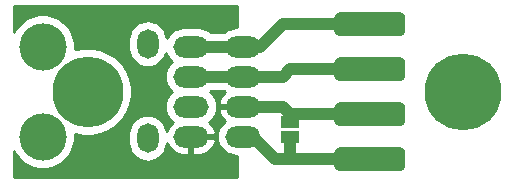
<source format=gbr>
G04 #@! TF.GenerationSoftware,KiCad,Pcbnew,5.1.5+dfsg1-2build2*
G04 #@! TF.CreationDate,2022-10-31T13:26:34+01:00*
G04 #@! TF.ProjectId,DHTBreakout,44485442-7265-4616-9b6f-75742e6b6963,rev?*
G04 #@! TF.SameCoordinates,Original*
G04 #@! TF.FileFunction,Copper,L2,Bot*
G04 #@! TF.FilePolarity,Positive*
%FSLAX46Y46*%
G04 Gerber Fmt 4.6, Leading zero omitted, Abs format (unit mm)*
G04 Created by KiCad (PCBNEW 5.1.5+dfsg1-2build2) date 2022-10-31 13:26:34*
%MOMM*%
%LPD*%
G04 APERTURE LIST*
%ADD10O,3.000000X1.800000*%
%ADD11C,0.150000*%
%ADD12C,6.000000*%
%ADD13C,4.000000*%
%ADD14C,6.500000*%
%ADD15C,0.800000*%
%ADD16O,1.800000X2.500000*%
%ADD17R,1.500000X1.000000*%
%ADD18C,1.000000*%
%ADD19C,0.254000*%
G04 APERTURE END LIST*
D10*
X64255000Y-37690000D03*
X64255000Y-40230000D03*
X64255000Y-42770000D03*
X64255000Y-45310000D03*
G04 #@! TA.AperFunction,SMDPad,CuDef*
D11*
G36*
X81949009Y-46217408D02*
G01*
X81997545Y-46224607D01*
X82045142Y-46236530D01*
X82091342Y-46253060D01*
X82135698Y-46274039D01*
X82177785Y-46299265D01*
X82217197Y-46328495D01*
X82253553Y-46361447D01*
X82286505Y-46397803D01*
X82315735Y-46437215D01*
X82340961Y-46479302D01*
X82361940Y-46523658D01*
X82378470Y-46569858D01*
X82390393Y-46617455D01*
X82397592Y-46665991D01*
X82400000Y-46715000D01*
X82400000Y-47715000D01*
X82397592Y-47764009D01*
X82390393Y-47812545D01*
X82378470Y-47860142D01*
X82361940Y-47906342D01*
X82340961Y-47950698D01*
X82315735Y-47992785D01*
X82286505Y-48032197D01*
X82253553Y-48068553D01*
X82217197Y-48101505D01*
X82177785Y-48130735D01*
X82135698Y-48155961D01*
X82091342Y-48176940D01*
X82045142Y-48193470D01*
X81997545Y-48205393D01*
X81949009Y-48212592D01*
X81900000Y-48215000D01*
X76900000Y-48215000D01*
X76850991Y-48212592D01*
X76802455Y-48205393D01*
X76754858Y-48193470D01*
X76708658Y-48176940D01*
X76664302Y-48155961D01*
X76622215Y-48130735D01*
X76582803Y-48101505D01*
X76546447Y-48068553D01*
X76513495Y-48032197D01*
X76484265Y-47992785D01*
X76459039Y-47950698D01*
X76438060Y-47906342D01*
X76421530Y-47860142D01*
X76409607Y-47812545D01*
X76402408Y-47764009D01*
X76400000Y-47715000D01*
X76400000Y-46715000D01*
X76402408Y-46665991D01*
X76409607Y-46617455D01*
X76421530Y-46569858D01*
X76438060Y-46523658D01*
X76459039Y-46479302D01*
X76484265Y-46437215D01*
X76513495Y-46397803D01*
X76546447Y-46361447D01*
X76582803Y-46328495D01*
X76622215Y-46299265D01*
X76664302Y-46274039D01*
X76708658Y-46253060D01*
X76754858Y-46236530D01*
X76802455Y-46224607D01*
X76850991Y-46217408D01*
X76900000Y-46215000D01*
X81900000Y-46215000D01*
X81949009Y-46217408D01*
G37*
G04 #@! TD.AperFunction*
G04 #@! TA.AperFunction,SMDPad,CuDef*
G36*
X81949009Y-42407408D02*
G01*
X81997545Y-42414607D01*
X82045142Y-42426530D01*
X82091342Y-42443060D01*
X82135698Y-42464039D01*
X82177785Y-42489265D01*
X82217197Y-42518495D01*
X82253553Y-42551447D01*
X82286505Y-42587803D01*
X82315735Y-42627215D01*
X82340961Y-42669302D01*
X82361940Y-42713658D01*
X82378470Y-42759858D01*
X82390393Y-42807455D01*
X82397592Y-42855991D01*
X82400000Y-42905000D01*
X82400000Y-43905000D01*
X82397592Y-43954009D01*
X82390393Y-44002545D01*
X82378470Y-44050142D01*
X82361940Y-44096342D01*
X82340961Y-44140698D01*
X82315735Y-44182785D01*
X82286505Y-44222197D01*
X82253553Y-44258553D01*
X82217197Y-44291505D01*
X82177785Y-44320735D01*
X82135698Y-44345961D01*
X82091342Y-44366940D01*
X82045142Y-44383470D01*
X81997545Y-44395393D01*
X81949009Y-44402592D01*
X81900000Y-44405000D01*
X76900000Y-44405000D01*
X76850991Y-44402592D01*
X76802455Y-44395393D01*
X76754858Y-44383470D01*
X76708658Y-44366940D01*
X76664302Y-44345961D01*
X76622215Y-44320735D01*
X76582803Y-44291505D01*
X76546447Y-44258553D01*
X76513495Y-44222197D01*
X76484265Y-44182785D01*
X76459039Y-44140698D01*
X76438060Y-44096342D01*
X76421530Y-44050142D01*
X76409607Y-44002545D01*
X76402408Y-43954009D01*
X76400000Y-43905000D01*
X76400000Y-42905000D01*
X76402408Y-42855991D01*
X76409607Y-42807455D01*
X76421530Y-42759858D01*
X76438060Y-42713658D01*
X76459039Y-42669302D01*
X76484265Y-42627215D01*
X76513495Y-42587803D01*
X76546447Y-42551447D01*
X76582803Y-42518495D01*
X76622215Y-42489265D01*
X76664302Y-42464039D01*
X76708658Y-42443060D01*
X76754858Y-42426530D01*
X76802455Y-42414607D01*
X76850991Y-42407408D01*
X76900000Y-42405000D01*
X81900000Y-42405000D01*
X81949009Y-42407408D01*
G37*
G04 #@! TD.AperFunction*
G04 #@! TA.AperFunction,SMDPad,CuDef*
G36*
X81949009Y-38597408D02*
G01*
X81997545Y-38604607D01*
X82045142Y-38616530D01*
X82091342Y-38633060D01*
X82135698Y-38654039D01*
X82177785Y-38679265D01*
X82217197Y-38708495D01*
X82253553Y-38741447D01*
X82286505Y-38777803D01*
X82315735Y-38817215D01*
X82340961Y-38859302D01*
X82361940Y-38903658D01*
X82378470Y-38949858D01*
X82390393Y-38997455D01*
X82397592Y-39045991D01*
X82400000Y-39095000D01*
X82400000Y-40095000D01*
X82397592Y-40144009D01*
X82390393Y-40192545D01*
X82378470Y-40240142D01*
X82361940Y-40286342D01*
X82340961Y-40330698D01*
X82315735Y-40372785D01*
X82286505Y-40412197D01*
X82253553Y-40448553D01*
X82217197Y-40481505D01*
X82177785Y-40510735D01*
X82135698Y-40535961D01*
X82091342Y-40556940D01*
X82045142Y-40573470D01*
X81997545Y-40585393D01*
X81949009Y-40592592D01*
X81900000Y-40595000D01*
X76900000Y-40595000D01*
X76850991Y-40592592D01*
X76802455Y-40585393D01*
X76754858Y-40573470D01*
X76708658Y-40556940D01*
X76664302Y-40535961D01*
X76622215Y-40510735D01*
X76582803Y-40481505D01*
X76546447Y-40448553D01*
X76513495Y-40412197D01*
X76484265Y-40372785D01*
X76459039Y-40330698D01*
X76438060Y-40286342D01*
X76421530Y-40240142D01*
X76409607Y-40192545D01*
X76402408Y-40144009D01*
X76400000Y-40095000D01*
X76400000Y-39095000D01*
X76402408Y-39045991D01*
X76409607Y-38997455D01*
X76421530Y-38949858D01*
X76438060Y-38903658D01*
X76459039Y-38859302D01*
X76484265Y-38817215D01*
X76513495Y-38777803D01*
X76546447Y-38741447D01*
X76582803Y-38708495D01*
X76622215Y-38679265D01*
X76664302Y-38654039D01*
X76708658Y-38633060D01*
X76754858Y-38616530D01*
X76802455Y-38604607D01*
X76850991Y-38597408D01*
X76900000Y-38595000D01*
X81900000Y-38595000D01*
X81949009Y-38597408D01*
G37*
G04 #@! TD.AperFunction*
G04 #@! TA.AperFunction,SMDPad,CuDef*
G36*
X81949009Y-34787408D02*
G01*
X81997545Y-34794607D01*
X82045142Y-34806530D01*
X82091342Y-34823060D01*
X82135698Y-34844039D01*
X82177785Y-34869265D01*
X82217197Y-34898495D01*
X82253553Y-34931447D01*
X82286505Y-34967803D01*
X82315735Y-35007215D01*
X82340961Y-35049302D01*
X82361940Y-35093658D01*
X82378470Y-35139858D01*
X82390393Y-35187455D01*
X82397592Y-35235991D01*
X82400000Y-35285000D01*
X82400000Y-36285000D01*
X82397592Y-36334009D01*
X82390393Y-36382545D01*
X82378470Y-36430142D01*
X82361940Y-36476342D01*
X82340961Y-36520698D01*
X82315735Y-36562785D01*
X82286505Y-36602197D01*
X82253553Y-36638553D01*
X82217197Y-36671505D01*
X82177785Y-36700735D01*
X82135698Y-36725961D01*
X82091342Y-36746940D01*
X82045142Y-36763470D01*
X81997545Y-36775393D01*
X81949009Y-36782592D01*
X81900000Y-36785000D01*
X76900000Y-36785000D01*
X76850991Y-36782592D01*
X76802455Y-36775393D01*
X76754858Y-36763470D01*
X76708658Y-36746940D01*
X76664302Y-36725961D01*
X76622215Y-36700735D01*
X76582803Y-36671505D01*
X76546447Y-36638553D01*
X76513495Y-36602197D01*
X76484265Y-36562785D01*
X76459039Y-36520698D01*
X76438060Y-36476342D01*
X76421530Y-36430142D01*
X76409607Y-36382545D01*
X76402408Y-36334009D01*
X76400000Y-36285000D01*
X76400000Y-35285000D01*
X76402408Y-35235991D01*
X76409607Y-35187455D01*
X76421530Y-35139858D01*
X76438060Y-35093658D01*
X76459039Y-35049302D01*
X76484265Y-35007215D01*
X76513495Y-34967803D01*
X76546447Y-34931447D01*
X76582803Y-34898495D01*
X76622215Y-34869265D01*
X76664302Y-34844039D01*
X76708658Y-34823060D01*
X76754858Y-34806530D01*
X76802455Y-34794607D01*
X76850991Y-34787408D01*
X76900000Y-34785000D01*
X81900000Y-34785000D01*
X81949009Y-34787408D01*
G37*
G04 #@! TD.AperFunction*
D12*
X55500000Y-41500000D03*
D13*
X51690000Y-37690000D03*
X51690000Y-45310000D03*
D14*
X87250000Y-41500000D03*
D15*
X85000000Y-41500000D03*
X85659010Y-39909010D03*
X88840990Y-43090990D03*
X87250000Y-43750000D03*
X87250000Y-39250000D03*
X88840990Y-39909010D03*
X85659010Y-43090990D03*
X89500000Y-41500000D03*
D16*
X60580000Y-37445000D03*
X60580000Y-45445000D03*
D17*
X72645000Y-44040000D03*
X72645000Y-45340000D03*
D10*
X68700000Y-37690000D03*
X68700000Y-40230000D03*
X68700000Y-42770000D03*
X68700000Y-45310000D03*
D18*
X72645000Y-46840000D02*
X72270000Y-47215000D01*
X72645000Y-45340000D02*
X72645000Y-46840000D01*
X72270000Y-47215000D02*
X71375000Y-47215000D01*
X71375000Y-47215000D02*
X81535000Y-47215000D01*
X69470000Y-45310000D02*
X71375000Y-47215000D01*
X68200000Y-45310000D02*
X69470000Y-45310000D01*
X72645000Y-43405000D02*
X81535000Y-43405000D01*
X68200000Y-42770000D02*
X72010000Y-42770000D01*
X72010000Y-42770000D02*
X72645000Y-43405000D01*
X72645000Y-43405000D02*
X72645000Y-44040000D01*
X72010000Y-40230000D02*
X72645000Y-39595000D01*
X72645000Y-39595000D02*
X81535000Y-39595000D01*
X68200000Y-40230000D02*
X72010000Y-40230000D01*
X63755000Y-40230000D02*
X68200000Y-40230000D01*
X70105000Y-37690000D02*
X72010000Y-35785000D01*
X72010000Y-35785000D02*
X81535000Y-35785000D01*
X68200000Y-37690000D02*
X70105000Y-37690000D01*
X63755000Y-37690000D02*
X68200000Y-37690000D01*
D19*
G36*
X68123000Y-36063000D02*
G01*
X68020075Y-36063000D01*
X67781052Y-36086542D01*
X67474362Y-36179575D01*
X67191714Y-36330654D01*
X67030450Y-36463000D01*
X65924550Y-36463000D01*
X65763286Y-36330654D01*
X65480638Y-36179575D01*
X65173948Y-36086542D01*
X64934925Y-36063000D01*
X63575075Y-36063000D01*
X63336052Y-36086542D01*
X63029362Y-36179575D01*
X62746714Y-36330654D01*
X62498971Y-36533971D01*
X62295654Y-36781714D01*
X62201386Y-36958076D01*
X62183458Y-36776053D01*
X62090425Y-36469362D01*
X61939346Y-36186714D01*
X61736029Y-35938971D01*
X61488286Y-35735654D01*
X61205638Y-35584575D01*
X60898948Y-35491542D01*
X60580000Y-35460128D01*
X60261053Y-35491542D01*
X59954363Y-35584575D01*
X59671715Y-35735654D01*
X59423971Y-35938971D01*
X59220654Y-36186714D01*
X59069575Y-36469362D01*
X58976542Y-36776052D01*
X58953000Y-37015075D01*
X58953000Y-37874924D01*
X58976542Y-38113947D01*
X59069575Y-38420637D01*
X59220654Y-38703285D01*
X59423971Y-38951029D01*
X59671714Y-39154346D01*
X59954362Y-39305425D01*
X60261052Y-39398458D01*
X60580000Y-39429872D01*
X60898947Y-39398458D01*
X61205637Y-39305425D01*
X61488285Y-39154346D01*
X61736029Y-38951029D01*
X61939346Y-38703286D01*
X62090425Y-38420638D01*
X62133426Y-38278883D01*
X62144575Y-38315638D01*
X62295654Y-38598286D01*
X62498971Y-38846029D01*
X62637845Y-38960000D01*
X62498971Y-39073971D01*
X62295654Y-39321714D01*
X62144575Y-39604362D01*
X62051542Y-39911052D01*
X62020128Y-40230000D01*
X62051542Y-40548948D01*
X62144575Y-40855638D01*
X62295654Y-41138286D01*
X62498971Y-41386029D01*
X62637845Y-41500000D01*
X62498971Y-41613971D01*
X62295654Y-41861714D01*
X62144575Y-42144362D01*
X62051542Y-42451052D01*
X62020128Y-42770000D01*
X62051542Y-43088948D01*
X62144575Y-43395638D01*
X62295654Y-43678286D01*
X62498971Y-43926029D01*
X62707535Y-44097193D01*
X62696604Y-44104252D01*
X62479790Y-44314394D01*
X62308138Y-44562796D01*
X62189469Y-44837084D01*
X62183458Y-44776053D01*
X62090425Y-44469362D01*
X61939346Y-44186714D01*
X61736029Y-43938971D01*
X61488286Y-43735654D01*
X61205638Y-43584575D01*
X60898948Y-43491542D01*
X60580000Y-43460128D01*
X60261053Y-43491542D01*
X59954363Y-43584575D01*
X59671715Y-43735654D01*
X59423971Y-43938971D01*
X59220654Y-44186714D01*
X59069575Y-44469362D01*
X58976542Y-44776052D01*
X58953000Y-45015075D01*
X58953000Y-45874924D01*
X58976542Y-46113947D01*
X59069575Y-46420637D01*
X59220654Y-46703285D01*
X59423971Y-46951029D01*
X59671714Y-47154346D01*
X59954362Y-47305425D01*
X60261052Y-47398458D01*
X60580000Y-47429872D01*
X60898947Y-47398458D01*
X61205637Y-47305425D01*
X61488285Y-47154346D01*
X61736029Y-46951029D01*
X61939346Y-46703286D01*
X62090425Y-46420638D01*
X62183458Y-46113948D01*
X62207000Y-45874925D01*
X62207000Y-45823437D01*
X62308138Y-46057204D01*
X62479790Y-46305606D01*
X62696604Y-46515748D01*
X62950249Y-46679554D01*
X63230977Y-46790729D01*
X63528000Y-46845000D01*
X64128000Y-46845000D01*
X64128000Y-45437000D01*
X64382000Y-45437000D01*
X64382000Y-46845000D01*
X64982000Y-46845000D01*
X65279023Y-46790729D01*
X65559751Y-46679554D01*
X65813396Y-46515748D01*
X66030210Y-46305606D01*
X66201862Y-46057204D01*
X66321755Y-45780087D01*
X66346036Y-45674740D01*
X66225378Y-45437000D01*
X64382000Y-45437000D01*
X64128000Y-45437000D01*
X64108000Y-45437000D01*
X64108000Y-45183000D01*
X64128000Y-45183000D01*
X64128000Y-45163000D01*
X64382000Y-45163000D01*
X64382000Y-45183000D01*
X66225378Y-45183000D01*
X66346036Y-44945260D01*
X66321755Y-44839913D01*
X66201862Y-44562796D01*
X66030210Y-44314394D01*
X65813396Y-44104252D01*
X65802465Y-44097193D01*
X66011029Y-43926029D01*
X66214346Y-43678286D01*
X66365425Y-43395638D01*
X66458458Y-43088948D01*
X66489872Y-42770000D01*
X66458458Y-42451052D01*
X66365425Y-42144362D01*
X66214346Y-41861714D01*
X66011029Y-41613971D01*
X65872155Y-41500000D01*
X65924550Y-41457000D01*
X67030450Y-41457000D01*
X67152535Y-41557193D01*
X67141604Y-41564252D01*
X66924790Y-41774394D01*
X66753138Y-42022796D01*
X66633245Y-42299913D01*
X66608964Y-42405260D01*
X66729622Y-42643000D01*
X68123000Y-42643000D01*
X68123000Y-42897000D01*
X66729622Y-42897000D01*
X66608964Y-43134740D01*
X66633245Y-43240087D01*
X66753138Y-43517204D01*
X66924790Y-43765606D01*
X67141604Y-43975748D01*
X67152535Y-43982807D01*
X66943971Y-44153971D01*
X66740654Y-44401714D01*
X66589575Y-44684362D01*
X66496542Y-44991052D01*
X66465128Y-45310000D01*
X66496542Y-45628948D01*
X66589575Y-45935638D01*
X66740654Y-46218286D01*
X66943971Y-46466029D01*
X67191714Y-46669346D01*
X67474362Y-46820425D01*
X67781052Y-46913458D01*
X68020075Y-46937000D01*
X68123000Y-46937000D01*
X68123000Y-48748000D01*
X49252000Y-48748000D01*
X49252000Y-46550142D01*
X49273364Y-46601719D01*
X49571801Y-47048361D01*
X49951639Y-47428199D01*
X50398281Y-47726636D01*
X50894563Y-47932203D01*
X51421414Y-48037000D01*
X51958586Y-48037000D01*
X52485437Y-47932203D01*
X52981719Y-47726636D01*
X53428361Y-47428199D01*
X53808199Y-47048361D01*
X54106636Y-46601719D01*
X54312203Y-46105437D01*
X54417000Y-45578586D01*
X54417000Y-45084594D01*
X55132923Y-45227000D01*
X55867077Y-45227000D01*
X56587126Y-45083773D01*
X57265396Y-44802824D01*
X57875824Y-44394950D01*
X58394950Y-43875824D01*
X58802824Y-43265396D01*
X59083773Y-42587126D01*
X59227000Y-41867077D01*
X59227000Y-41132923D01*
X59083773Y-40412874D01*
X58802824Y-39734604D01*
X58394950Y-39124176D01*
X57875824Y-38605050D01*
X57265396Y-38197176D01*
X56587126Y-37916227D01*
X55867077Y-37773000D01*
X55132923Y-37773000D01*
X54417000Y-37915406D01*
X54417000Y-37421414D01*
X54312203Y-36894563D01*
X54106636Y-36398281D01*
X53808199Y-35951639D01*
X53428361Y-35571801D01*
X52981719Y-35273364D01*
X52485437Y-35067797D01*
X51958586Y-34963000D01*
X51421414Y-34963000D01*
X50894563Y-35067797D01*
X50398281Y-35273364D01*
X49951639Y-35571801D01*
X49571801Y-35951639D01*
X49273364Y-36398281D01*
X49252000Y-36449858D01*
X49252000Y-34252000D01*
X68123000Y-34252000D01*
X68123000Y-36063000D01*
G37*
X68123000Y-36063000D02*
X68020075Y-36063000D01*
X67781052Y-36086542D01*
X67474362Y-36179575D01*
X67191714Y-36330654D01*
X67030450Y-36463000D01*
X65924550Y-36463000D01*
X65763286Y-36330654D01*
X65480638Y-36179575D01*
X65173948Y-36086542D01*
X64934925Y-36063000D01*
X63575075Y-36063000D01*
X63336052Y-36086542D01*
X63029362Y-36179575D01*
X62746714Y-36330654D01*
X62498971Y-36533971D01*
X62295654Y-36781714D01*
X62201386Y-36958076D01*
X62183458Y-36776053D01*
X62090425Y-36469362D01*
X61939346Y-36186714D01*
X61736029Y-35938971D01*
X61488286Y-35735654D01*
X61205638Y-35584575D01*
X60898948Y-35491542D01*
X60580000Y-35460128D01*
X60261053Y-35491542D01*
X59954363Y-35584575D01*
X59671715Y-35735654D01*
X59423971Y-35938971D01*
X59220654Y-36186714D01*
X59069575Y-36469362D01*
X58976542Y-36776052D01*
X58953000Y-37015075D01*
X58953000Y-37874924D01*
X58976542Y-38113947D01*
X59069575Y-38420637D01*
X59220654Y-38703285D01*
X59423971Y-38951029D01*
X59671714Y-39154346D01*
X59954362Y-39305425D01*
X60261052Y-39398458D01*
X60580000Y-39429872D01*
X60898947Y-39398458D01*
X61205637Y-39305425D01*
X61488285Y-39154346D01*
X61736029Y-38951029D01*
X61939346Y-38703286D01*
X62090425Y-38420638D01*
X62133426Y-38278883D01*
X62144575Y-38315638D01*
X62295654Y-38598286D01*
X62498971Y-38846029D01*
X62637845Y-38960000D01*
X62498971Y-39073971D01*
X62295654Y-39321714D01*
X62144575Y-39604362D01*
X62051542Y-39911052D01*
X62020128Y-40230000D01*
X62051542Y-40548948D01*
X62144575Y-40855638D01*
X62295654Y-41138286D01*
X62498971Y-41386029D01*
X62637845Y-41500000D01*
X62498971Y-41613971D01*
X62295654Y-41861714D01*
X62144575Y-42144362D01*
X62051542Y-42451052D01*
X62020128Y-42770000D01*
X62051542Y-43088948D01*
X62144575Y-43395638D01*
X62295654Y-43678286D01*
X62498971Y-43926029D01*
X62707535Y-44097193D01*
X62696604Y-44104252D01*
X62479790Y-44314394D01*
X62308138Y-44562796D01*
X62189469Y-44837084D01*
X62183458Y-44776053D01*
X62090425Y-44469362D01*
X61939346Y-44186714D01*
X61736029Y-43938971D01*
X61488286Y-43735654D01*
X61205638Y-43584575D01*
X60898948Y-43491542D01*
X60580000Y-43460128D01*
X60261053Y-43491542D01*
X59954363Y-43584575D01*
X59671715Y-43735654D01*
X59423971Y-43938971D01*
X59220654Y-44186714D01*
X59069575Y-44469362D01*
X58976542Y-44776052D01*
X58953000Y-45015075D01*
X58953000Y-45874924D01*
X58976542Y-46113947D01*
X59069575Y-46420637D01*
X59220654Y-46703285D01*
X59423971Y-46951029D01*
X59671714Y-47154346D01*
X59954362Y-47305425D01*
X60261052Y-47398458D01*
X60580000Y-47429872D01*
X60898947Y-47398458D01*
X61205637Y-47305425D01*
X61488285Y-47154346D01*
X61736029Y-46951029D01*
X61939346Y-46703286D01*
X62090425Y-46420638D01*
X62183458Y-46113948D01*
X62207000Y-45874925D01*
X62207000Y-45823437D01*
X62308138Y-46057204D01*
X62479790Y-46305606D01*
X62696604Y-46515748D01*
X62950249Y-46679554D01*
X63230977Y-46790729D01*
X63528000Y-46845000D01*
X64128000Y-46845000D01*
X64128000Y-45437000D01*
X64382000Y-45437000D01*
X64382000Y-46845000D01*
X64982000Y-46845000D01*
X65279023Y-46790729D01*
X65559751Y-46679554D01*
X65813396Y-46515748D01*
X66030210Y-46305606D01*
X66201862Y-46057204D01*
X66321755Y-45780087D01*
X66346036Y-45674740D01*
X66225378Y-45437000D01*
X64382000Y-45437000D01*
X64128000Y-45437000D01*
X64108000Y-45437000D01*
X64108000Y-45183000D01*
X64128000Y-45183000D01*
X64128000Y-45163000D01*
X64382000Y-45163000D01*
X64382000Y-45183000D01*
X66225378Y-45183000D01*
X66346036Y-44945260D01*
X66321755Y-44839913D01*
X66201862Y-44562796D01*
X66030210Y-44314394D01*
X65813396Y-44104252D01*
X65802465Y-44097193D01*
X66011029Y-43926029D01*
X66214346Y-43678286D01*
X66365425Y-43395638D01*
X66458458Y-43088948D01*
X66489872Y-42770000D01*
X66458458Y-42451052D01*
X66365425Y-42144362D01*
X66214346Y-41861714D01*
X66011029Y-41613971D01*
X65872155Y-41500000D01*
X65924550Y-41457000D01*
X67030450Y-41457000D01*
X67152535Y-41557193D01*
X67141604Y-41564252D01*
X66924790Y-41774394D01*
X66753138Y-42022796D01*
X66633245Y-42299913D01*
X66608964Y-42405260D01*
X66729622Y-42643000D01*
X68123000Y-42643000D01*
X68123000Y-42897000D01*
X66729622Y-42897000D01*
X66608964Y-43134740D01*
X66633245Y-43240087D01*
X66753138Y-43517204D01*
X66924790Y-43765606D01*
X67141604Y-43975748D01*
X67152535Y-43982807D01*
X66943971Y-44153971D01*
X66740654Y-44401714D01*
X66589575Y-44684362D01*
X66496542Y-44991052D01*
X66465128Y-45310000D01*
X66496542Y-45628948D01*
X66589575Y-45935638D01*
X66740654Y-46218286D01*
X66943971Y-46466029D01*
X67191714Y-46669346D01*
X67474362Y-46820425D01*
X67781052Y-46913458D01*
X68020075Y-46937000D01*
X68123000Y-46937000D01*
X68123000Y-48748000D01*
X49252000Y-48748000D01*
X49252000Y-46550142D01*
X49273364Y-46601719D01*
X49571801Y-47048361D01*
X49951639Y-47428199D01*
X50398281Y-47726636D01*
X50894563Y-47932203D01*
X51421414Y-48037000D01*
X51958586Y-48037000D01*
X52485437Y-47932203D01*
X52981719Y-47726636D01*
X53428361Y-47428199D01*
X53808199Y-47048361D01*
X54106636Y-46601719D01*
X54312203Y-46105437D01*
X54417000Y-45578586D01*
X54417000Y-45084594D01*
X55132923Y-45227000D01*
X55867077Y-45227000D01*
X56587126Y-45083773D01*
X57265396Y-44802824D01*
X57875824Y-44394950D01*
X58394950Y-43875824D01*
X58802824Y-43265396D01*
X59083773Y-42587126D01*
X59227000Y-41867077D01*
X59227000Y-41132923D01*
X59083773Y-40412874D01*
X58802824Y-39734604D01*
X58394950Y-39124176D01*
X57875824Y-38605050D01*
X57265396Y-38197176D01*
X56587126Y-37916227D01*
X55867077Y-37773000D01*
X55132923Y-37773000D01*
X54417000Y-37915406D01*
X54417000Y-37421414D01*
X54312203Y-36894563D01*
X54106636Y-36398281D01*
X53808199Y-35951639D01*
X53428361Y-35571801D01*
X52981719Y-35273364D01*
X52485437Y-35067797D01*
X51958586Y-34963000D01*
X51421414Y-34963000D01*
X50894563Y-35067797D01*
X50398281Y-35273364D01*
X49951639Y-35571801D01*
X49571801Y-35951639D01*
X49273364Y-36398281D01*
X49252000Y-36449858D01*
X49252000Y-34252000D01*
X68123000Y-34252000D01*
X68123000Y-36063000D01*
M02*

</source>
